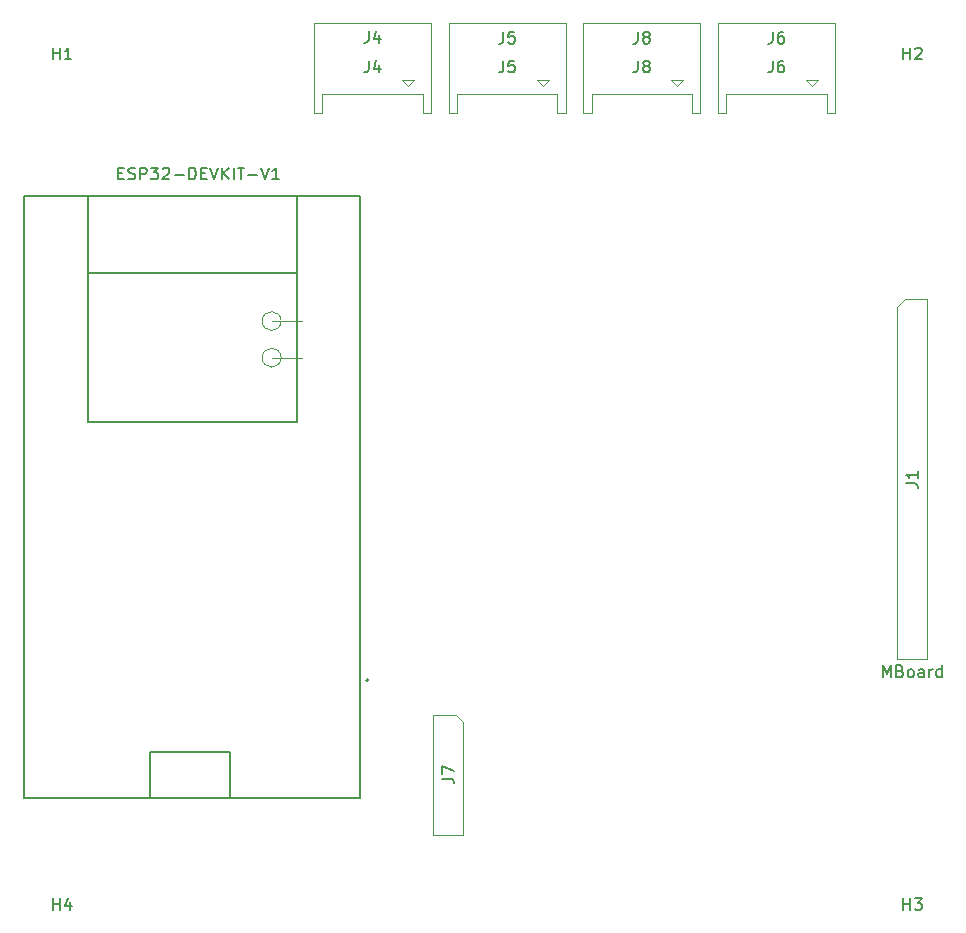
<source format=gbr>
G04 #@! TF.GenerationSoftware,KiCad,Pcbnew,8.0.4*
G04 #@! TF.CreationDate,2025-01-30T11:26:39-05:00*
G04 #@! TF.ProjectId,Cubesat_pcb,43756265-7361-4745-9f70-63622e6b6963,rev?*
G04 #@! TF.SameCoordinates,Original*
G04 #@! TF.FileFunction,AssemblyDrawing,Top*
%FSLAX46Y46*%
G04 Gerber Fmt 4.6, Leading zero omitted, Abs format (unit mm)*
G04 Created by KiCad (PCBNEW 8.0.4) date 2025-01-30 11:26:39*
%MOMM*%
%LPD*%
G01*
G04 APERTURE LIST*
%ADD10C,0.150000*%
%ADD11C,0.100000*%
%ADD12C,0.127000*%
%ADD13C,0.200000*%
G04 APERTURE END LIST*
D10*
X36678951Y15168320D02*
X37393236Y15168320D01*
X37393236Y15168320D02*
X37536093Y15120701D01*
X37536093Y15120701D02*
X37631332Y15025463D01*
X37631332Y15025463D02*
X37678951Y14882606D01*
X37678951Y14882606D02*
X37678951Y14787368D01*
X36678951Y15549273D02*
X36678951Y16215939D01*
X36678951Y16215939D02*
X37678951Y15787368D01*
X75737227Y4056834D02*
X75737227Y5056834D01*
X75737227Y4580644D02*
X76308655Y4580644D01*
X76308655Y4056834D02*
X76308655Y5056834D01*
X76689608Y5056834D02*
X77308655Y5056834D01*
X77308655Y5056834D02*
X76975322Y4675882D01*
X76975322Y4675882D02*
X77118179Y4675882D01*
X77118179Y4675882D02*
X77213417Y4628263D01*
X77213417Y4628263D02*
X77261036Y4580644D01*
X77261036Y4580644D02*
X77308655Y4485406D01*
X77308655Y4485406D02*
X77308655Y4247311D01*
X77308655Y4247311D02*
X77261036Y4152073D01*
X77261036Y4152073D02*
X77213417Y4104454D01*
X77213417Y4104454D02*
X77118179Y4056834D01*
X77118179Y4056834D02*
X76832465Y4056834D01*
X76832465Y4056834D02*
X76737227Y4104454D01*
X76737227Y4104454D02*
X76689608Y4152073D01*
X3737227Y76056834D02*
X3737227Y77056834D01*
X3737227Y76580644D02*
X4308655Y76580644D01*
X4308655Y76056834D02*
X4308655Y77056834D01*
X5308655Y76056834D02*
X4737227Y76056834D01*
X5022941Y76056834D02*
X5022941Y77056834D01*
X5022941Y77056834D02*
X4927703Y76913977D01*
X4927703Y76913977D02*
X4832465Y76818739D01*
X4832465Y76818739D02*
X4737227Y76771120D01*
X53265798Y78406834D02*
X53265798Y77692549D01*
X53265798Y77692549D02*
X53218179Y77549692D01*
X53218179Y77549692D02*
X53122941Y77454454D01*
X53122941Y77454454D02*
X52980084Y77406834D01*
X52980084Y77406834D02*
X52884846Y77406834D01*
X53884846Y77978263D02*
X53789608Y78025882D01*
X53789608Y78025882D02*
X53741989Y78073501D01*
X53741989Y78073501D02*
X53694370Y78168739D01*
X53694370Y78168739D02*
X53694370Y78216358D01*
X53694370Y78216358D02*
X53741989Y78311596D01*
X53741989Y78311596D02*
X53789608Y78359215D01*
X53789608Y78359215D02*
X53884846Y78406834D01*
X53884846Y78406834D02*
X54075322Y78406834D01*
X54075322Y78406834D02*
X54170560Y78359215D01*
X54170560Y78359215D02*
X54218179Y78311596D01*
X54218179Y78311596D02*
X54265798Y78216358D01*
X54265798Y78216358D02*
X54265798Y78168739D01*
X54265798Y78168739D02*
X54218179Y78073501D01*
X54218179Y78073501D02*
X54170560Y78025882D01*
X54170560Y78025882D02*
X54075322Y77978263D01*
X54075322Y77978263D02*
X53884846Y77978263D01*
X53884846Y77978263D02*
X53789608Y77930644D01*
X53789608Y77930644D02*
X53741989Y77883025D01*
X53741989Y77883025D02*
X53694370Y77787787D01*
X53694370Y77787787D02*
X53694370Y77597311D01*
X53694370Y77597311D02*
X53741989Y77502073D01*
X53741989Y77502073D02*
X53789608Y77454454D01*
X53789608Y77454454D02*
X53884846Y77406834D01*
X53884846Y77406834D02*
X54075322Y77406834D01*
X54075322Y77406834D02*
X54170560Y77454454D01*
X54170560Y77454454D02*
X54218179Y77502073D01*
X54218179Y77502073D02*
X54265798Y77597311D01*
X54265798Y77597311D02*
X54265798Y77787787D01*
X54265798Y77787787D02*
X54218179Y77883025D01*
X54218179Y77883025D02*
X54170560Y77930644D01*
X54170560Y77930644D02*
X54075322Y77978263D01*
X53265798Y75956834D02*
X53265798Y75242549D01*
X53265798Y75242549D02*
X53218179Y75099692D01*
X53218179Y75099692D02*
X53122941Y75004454D01*
X53122941Y75004454D02*
X52980084Y74956834D01*
X52980084Y74956834D02*
X52884846Y74956834D01*
X53884846Y75528263D02*
X53789608Y75575882D01*
X53789608Y75575882D02*
X53741989Y75623501D01*
X53741989Y75623501D02*
X53694370Y75718739D01*
X53694370Y75718739D02*
X53694370Y75766358D01*
X53694370Y75766358D02*
X53741989Y75861596D01*
X53741989Y75861596D02*
X53789608Y75909215D01*
X53789608Y75909215D02*
X53884846Y75956834D01*
X53884846Y75956834D02*
X54075322Y75956834D01*
X54075322Y75956834D02*
X54170560Y75909215D01*
X54170560Y75909215D02*
X54218179Y75861596D01*
X54218179Y75861596D02*
X54265798Y75766358D01*
X54265798Y75766358D02*
X54265798Y75718739D01*
X54265798Y75718739D02*
X54218179Y75623501D01*
X54218179Y75623501D02*
X54170560Y75575882D01*
X54170560Y75575882D02*
X54075322Y75528263D01*
X54075322Y75528263D02*
X53884846Y75528263D01*
X53884846Y75528263D02*
X53789608Y75480644D01*
X53789608Y75480644D02*
X53741989Y75433025D01*
X53741989Y75433025D02*
X53694370Y75337787D01*
X53694370Y75337787D02*
X53694370Y75147311D01*
X53694370Y75147311D02*
X53741989Y75052073D01*
X53741989Y75052073D02*
X53789608Y75004454D01*
X53789608Y75004454D02*
X53884846Y74956834D01*
X53884846Y74956834D02*
X54075322Y74956834D01*
X54075322Y74956834D02*
X54170560Y75004454D01*
X54170560Y75004454D02*
X54218179Y75052073D01*
X54218179Y75052073D02*
X54265798Y75147311D01*
X54265798Y75147311D02*
X54265798Y75337787D01*
X54265798Y75337787D02*
X54218179Y75433025D01*
X54218179Y75433025D02*
X54170560Y75480644D01*
X54170560Y75480644D02*
X54075322Y75528263D01*
X73999132Y23761834D02*
X73999132Y24761834D01*
X73999132Y24761834D02*
X74332465Y24047549D01*
X74332465Y24047549D02*
X74665798Y24761834D01*
X74665798Y24761834D02*
X74665798Y23761834D01*
X75475322Y24285644D02*
X75618179Y24238025D01*
X75618179Y24238025D02*
X75665798Y24190406D01*
X75665798Y24190406D02*
X75713417Y24095168D01*
X75713417Y24095168D02*
X75713417Y23952311D01*
X75713417Y23952311D02*
X75665798Y23857073D01*
X75665798Y23857073D02*
X75618179Y23809454D01*
X75618179Y23809454D02*
X75522941Y23761834D01*
X75522941Y23761834D02*
X75141989Y23761834D01*
X75141989Y23761834D02*
X75141989Y24761834D01*
X75141989Y24761834D02*
X75475322Y24761834D01*
X75475322Y24761834D02*
X75570560Y24714215D01*
X75570560Y24714215D02*
X75618179Y24666596D01*
X75618179Y24666596D02*
X75665798Y24571358D01*
X75665798Y24571358D02*
X75665798Y24476120D01*
X75665798Y24476120D02*
X75618179Y24380882D01*
X75618179Y24380882D02*
X75570560Y24333263D01*
X75570560Y24333263D02*
X75475322Y24285644D01*
X75475322Y24285644D02*
X75141989Y24285644D01*
X76284846Y23761834D02*
X76189608Y23809454D01*
X76189608Y23809454D02*
X76141989Y23857073D01*
X76141989Y23857073D02*
X76094370Y23952311D01*
X76094370Y23952311D02*
X76094370Y24238025D01*
X76094370Y24238025D02*
X76141989Y24333263D01*
X76141989Y24333263D02*
X76189608Y24380882D01*
X76189608Y24380882D02*
X76284846Y24428501D01*
X76284846Y24428501D02*
X76427703Y24428501D01*
X76427703Y24428501D02*
X76522941Y24380882D01*
X76522941Y24380882D02*
X76570560Y24333263D01*
X76570560Y24333263D02*
X76618179Y24238025D01*
X76618179Y24238025D02*
X76618179Y23952311D01*
X76618179Y23952311D02*
X76570560Y23857073D01*
X76570560Y23857073D02*
X76522941Y23809454D01*
X76522941Y23809454D02*
X76427703Y23761834D01*
X76427703Y23761834D02*
X76284846Y23761834D01*
X77475322Y23761834D02*
X77475322Y24285644D01*
X77475322Y24285644D02*
X77427703Y24380882D01*
X77427703Y24380882D02*
X77332465Y24428501D01*
X77332465Y24428501D02*
X77141989Y24428501D01*
X77141989Y24428501D02*
X77046751Y24380882D01*
X77475322Y23809454D02*
X77380084Y23761834D01*
X77380084Y23761834D02*
X77141989Y23761834D01*
X77141989Y23761834D02*
X77046751Y23809454D01*
X77046751Y23809454D02*
X76999132Y23904692D01*
X76999132Y23904692D02*
X76999132Y23999930D01*
X76999132Y23999930D02*
X77046751Y24095168D01*
X77046751Y24095168D02*
X77141989Y24142787D01*
X77141989Y24142787D02*
X77380084Y24142787D01*
X77380084Y24142787D02*
X77475322Y24190406D01*
X77951513Y23761834D02*
X77951513Y24428501D01*
X77951513Y24238025D02*
X77999132Y24333263D01*
X77999132Y24333263D02*
X78046751Y24380882D01*
X78046751Y24380882D02*
X78141989Y24428501D01*
X78141989Y24428501D02*
X78237227Y24428501D01*
X78999132Y23761834D02*
X78999132Y24761834D01*
X78999132Y23809454D02*
X78903894Y23761834D01*
X78903894Y23761834D02*
X78713418Y23761834D01*
X78713418Y23761834D02*
X78618180Y23809454D01*
X78618180Y23809454D02*
X78570561Y23857073D01*
X78570561Y23857073D02*
X78522942Y23952311D01*
X78522942Y23952311D02*
X78522942Y24238025D01*
X78522942Y24238025D02*
X78570561Y24333263D01*
X78570561Y24333263D02*
X78618180Y24380882D01*
X78618180Y24380882D02*
X78713418Y24428501D01*
X78713418Y24428501D02*
X78903894Y24428501D01*
X78903894Y24428501D02*
X78999132Y24380882D01*
X75953951Y40183320D02*
X76668236Y40183320D01*
X76668236Y40183320D02*
X76811093Y40135701D01*
X76811093Y40135701D02*
X76906332Y40040463D01*
X76906332Y40040463D02*
X76953951Y39897606D01*
X76953951Y39897606D02*
X76953951Y39802368D01*
X76953951Y41183320D02*
X76953951Y40611892D01*
X76953951Y40897606D02*
X75953951Y40897606D01*
X75953951Y40897606D02*
X76096808Y40802368D01*
X76096808Y40802368D02*
X76192046Y40707130D01*
X76192046Y40707130D02*
X76239665Y40611892D01*
X64665798Y78406834D02*
X64665798Y77692549D01*
X64665798Y77692549D02*
X64618179Y77549692D01*
X64618179Y77549692D02*
X64522941Y77454454D01*
X64522941Y77454454D02*
X64380084Y77406834D01*
X64380084Y77406834D02*
X64284846Y77406834D01*
X65570560Y78406834D02*
X65380084Y78406834D01*
X65380084Y78406834D02*
X65284846Y78359215D01*
X65284846Y78359215D02*
X65237227Y78311596D01*
X65237227Y78311596D02*
X65141989Y78168739D01*
X65141989Y78168739D02*
X65094370Y77978263D01*
X65094370Y77978263D02*
X65094370Y77597311D01*
X65094370Y77597311D02*
X65141989Y77502073D01*
X65141989Y77502073D02*
X65189608Y77454454D01*
X65189608Y77454454D02*
X65284846Y77406834D01*
X65284846Y77406834D02*
X65475322Y77406834D01*
X65475322Y77406834D02*
X65570560Y77454454D01*
X65570560Y77454454D02*
X65618179Y77502073D01*
X65618179Y77502073D02*
X65665798Y77597311D01*
X65665798Y77597311D02*
X65665798Y77835406D01*
X65665798Y77835406D02*
X65618179Y77930644D01*
X65618179Y77930644D02*
X65570560Y77978263D01*
X65570560Y77978263D02*
X65475322Y78025882D01*
X65475322Y78025882D02*
X65284846Y78025882D01*
X65284846Y78025882D02*
X65189608Y77978263D01*
X65189608Y77978263D02*
X65141989Y77930644D01*
X65141989Y77930644D02*
X65094370Y77835406D01*
X64665798Y75956834D02*
X64665798Y75242549D01*
X64665798Y75242549D02*
X64618179Y75099692D01*
X64618179Y75099692D02*
X64522941Y75004454D01*
X64522941Y75004454D02*
X64380084Y74956834D01*
X64380084Y74956834D02*
X64284846Y74956834D01*
X65570560Y75956834D02*
X65380084Y75956834D01*
X65380084Y75956834D02*
X65284846Y75909215D01*
X65284846Y75909215D02*
X65237227Y75861596D01*
X65237227Y75861596D02*
X65141989Y75718739D01*
X65141989Y75718739D02*
X65094370Y75528263D01*
X65094370Y75528263D02*
X65094370Y75147311D01*
X65094370Y75147311D02*
X65141989Y75052073D01*
X65141989Y75052073D02*
X65189608Y75004454D01*
X65189608Y75004454D02*
X65284846Y74956834D01*
X65284846Y74956834D02*
X65475322Y74956834D01*
X65475322Y74956834D02*
X65570560Y75004454D01*
X65570560Y75004454D02*
X65618179Y75052073D01*
X65618179Y75052073D02*
X65665798Y75147311D01*
X65665798Y75147311D02*
X65665798Y75385406D01*
X65665798Y75385406D02*
X65618179Y75480644D01*
X65618179Y75480644D02*
X65570560Y75528263D01*
X65570560Y75528263D02*
X65475322Y75575882D01*
X65475322Y75575882D02*
X65284846Y75575882D01*
X65284846Y75575882D02*
X65189608Y75528263D01*
X65189608Y75528263D02*
X65141989Y75480644D01*
X65141989Y75480644D02*
X65094370Y75385406D01*
X30465798Y78456834D02*
X30465798Y77742549D01*
X30465798Y77742549D02*
X30418179Y77599692D01*
X30418179Y77599692D02*
X30322941Y77504454D01*
X30322941Y77504454D02*
X30180084Y77456834D01*
X30180084Y77456834D02*
X30084846Y77456834D01*
X31370560Y78123501D02*
X31370560Y77456834D01*
X31132465Y78504454D02*
X30894370Y77790168D01*
X30894370Y77790168D02*
X31513417Y77790168D01*
X30465798Y75956834D02*
X30465798Y75242549D01*
X30465798Y75242549D02*
X30418179Y75099692D01*
X30418179Y75099692D02*
X30322941Y75004454D01*
X30322941Y75004454D02*
X30180084Y74956834D01*
X30180084Y74956834D02*
X30084846Y74956834D01*
X31370560Y75623501D02*
X31370560Y74956834D01*
X31132465Y76004454D02*
X30894370Y75290168D01*
X30894370Y75290168D02*
X31513417Y75290168D01*
X3737227Y4056834D02*
X3737227Y5056834D01*
X3737227Y4580644D02*
X4308655Y4580644D01*
X4308655Y4056834D02*
X4308655Y5056834D01*
X5213417Y4723501D02*
X5213417Y4056834D01*
X4975322Y5104454D02*
X4737227Y4390168D01*
X4737227Y4390168D02*
X5356274Y4390168D01*
X75737227Y76056834D02*
X75737227Y77056834D01*
X75737227Y76580644D02*
X76308655Y76580644D01*
X76308655Y76056834D02*
X76308655Y77056834D01*
X76737227Y76961596D02*
X76784846Y77009215D01*
X76784846Y77009215D02*
X76880084Y77056834D01*
X76880084Y77056834D02*
X77118179Y77056834D01*
X77118179Y77056834D02*
X77213417Y77009215D01*
X77213417Y77009215D02*
X77261036Y76961596D01*
X77261036Y76961596D02*
X77308655Y76866358D01*
X77308655Y76866358D02*
X77308655Y76771120D01*
X77308655Y76771120D02*
X77261036Y76628263D01*
X77261036Y76628263D02*
X76689608Y76056834D01*
X76689608Y76056834D02*
X77308655Y76056834D01*
X41865798Y78406834D02*
X41865798Y77692549D01*
X41865798Y77692549D02*
X41818179Y77549692D01*
X41818179Y77549692D02*
X41722941Y77454454D01*
X41722941Y77454454D02*
X41580084Y77406834D01*
X41580084Y77406834D02*
X41484846Y77406834D01*
X42818179Y78406834D02*
X42341989Y78406834D01*
X42341989Y78406834D02*
X42294370Y77930644D01*
X42294370Y77930644D02*
X42341989Y77978263D01*
X42341989Y77978263D02*
X42437227Y78025882D01*
X42437227Y78025882D02*
X42675322Y78025882D01*
X42675322Y78025882D02*
X42770560Y77978263D01*
X42770560Y77978263D02*
X42818179Y77930644D01*
X42818179Y77930644D02*
X42865798Y77835406D01*
X42865798Y77835406D02*
X42865798Y77597311D01*
X42865798Y77597311D02*
X42818179Y77502073D01*
X42818179Y77502073D02*
X42770560Y77454454D01*
X42770560Y77454454D02*
X42675322Y77406834D01*
X42675322Y77406834D02*
X42437227Y77406834D01*
X42437227Y77406834D02*
X42341989Y77454454D01*
X42341989Y77454454D02*
X42294370Y77502073D01*
X41865798Y75956834D02*
X41865798Y75242549D01*
X41865798Y75242549D02*
X41818179Y75099692D01*
X41818179Y75099692D02*
X41722941Y75004454D01*
X41722941Y75004454D02*
X41580084Y74956834D01*
X41580084Y74956834D02*
X41484846Y74956834D01*
X42818179Y75956834D02*
X42341989Y75956834D01*
X42341989Y75956834D02*
X42294370Y75480644D01*
X42294370Y75480644D02*
X42341989Y75528263D01*
X42341989Y75528263D02*
X42437227Y75575882D01*
X42437227Y75575882D02*
X42675322Y75575882D01*
X42675322Y75575882D02*
X42770560Y75528263D01*
X42770560Y75528263D02*
X42818179Y75480644D01*
X42818179Y75480644D02*
X42865798Y75385406D01*
X42865798Y75385406D02*
X42865798Y75147311D01*
X42865798Y75147311D02*
X42818179Y75052073D01*
X42818179Y75052073D02*
X42770560Y75004454D01*
X42770560Y75004454D02*
X42675322Y74956834D01*
X42675322Y74956834D02*
X42437227Y74956834D01*
X42437227Y74956834D02*
X42341989Y75004454D01*
X42341989Y75004454D02*
X42294370Y75052073D01*
X9273418Y66435644D02*
X9606751Y66435644D01*
X9749608Y65911834D02*
X9273418Y65911834D01*
X9273418Y65911834D02*
X9273418Y66911834D01*
X9273418Y66911834D02*
X9749608Y66911834D01*
X10130561Y65959454D02*
X10273418Y65911834D01*
X10273418Y65911834D02*
X10511513Y65911834D01*
X10511513Y65911834D02*
X10606751Y65959454D01*
X10606751Y65959454D02*
X10654370Y66007073D01*
X10654370Y66007073D02*
X10701989Y66102311D01*
X10701989Y66102311D02*
X10701989Y66197549D01*
X10701989Y66197549D02*
X10654370Y66292787D01*
X10654370Y66292787D02*
X10606751Y66340406D01*
X10606751Y66340406D02*
X10511513Y66388025D01*
X10511513Y66388025D02*
X10321037Y66435644D01*
X10321037Y66435644D02*
X10225799Y66483263D01*
X10225799Y66483263D02*
X10178180Y66530882D01*
X10178180Y66530882D02*
X10130561Y66626120D01*
X10130561Y66626120D02*
X10130561Y66721358D01*
X10130561Y66721358D02*
X10178180Y66816596D01*
X10178180Y66816596D02*
X10225799Y66864215D01*
X10225799Y66864215D02*
X10321037Y66911834D01*
X10321037Y66911834D02*
X10559132Y66911834D01*
X10559132Y66911834D02*
X10701989Y66864215D01*
X11130561Y65911834D02*
X11130561Y66911834D01*
X11130561Y66911834D02*
X11511513Y66911834D01*
X11511513Y66911834D02*
X11606751Y66864215D01*
X11606751Y66864215D02*
X11654370Y66816596D01*
X11654370Y66816596D02*
X11701989Y66721358D01*
X11701989Y66721358D02*
X11701989Y66578501D01*
X11701989Y66578501D02*
X11654370Y66483263D01*
X11654370Y66483263D02*
X11606751Y66435644D01*
X11606751Y66435644D02*
X11511513Y66388025D01*
X11511513Y66388025D02*
X11130561Y66388025D01*
X12035323Y66911834D02*
X12654370Y66911834D01*
X12654370Y66911834D02*
X12321037Y66530882D01*
X12321037Y66530882D02*
X12463894Y66530882D01*
X12463894Y66530882D02*
X12559132Y66483263D01*
X12559132Y66483263D02*
X12606751Y66435644D01*
X12606751Y66435644D02*
X12654370Y66340406D01*
X12654370Y66340406D02*
X12654370Y66102311D01*
X12654370Y66102311D02*
X12606751Y66007073D01*
X12606751Y66007073D02*
X12559132Y65959454D01*
X12559132Y65959454D02*
X12463894Y65911834D01*
X12463894Y65911834D02*
X12178180Y65911834D01*
X12178180Y65911834D02*
X12082942Y65959454D01*
X12082942Y65959454D02*
X12035323Y66007073D01*
X13035323Y66816596D02*
X13082942Y66864215D01*
X13082942Y66864215D02*
X13178180Y66911834D01*
X13178180Y66911834D02*
X13416275Y66911834D01*
X13416275Y66911834D02*
X13511513Y66864215D01*
X13511513Y66864215D02*
X13559132Y66816596D01*
X13559132Y66816596D02*
X13606751Y66721358D01*
X13606751Y66721358D02*
X13606751Y66626120D01*
X13606751Y66626120D02*
X13559132Y66483263D01*
X13559132Y66483263D02*
X12987704Y65911834D01*
X12987704Y65911834D02*
X13606751Y65911834D01*
X14035323Y66292787D02*
X14797228Y66292787D01*
X15273418Y65911834D02*
X15273418Y66911834D01*
X15273418Y66911834D02*
X15511513Y66911834D01*
X15511513Y66911834D02*
X15654370Y66864215D01*
X15654370Y66864215D02*
X15749608Y66768977D01*
X15749608Y66768977D02*
X15797227Y66673739D01*
X15797227Y66673739D02*
X15844846Y66483263D01*
X15844846Y66483263D02*
X15844846Y66340406D01*
X15844846Y66340406D02*
X15797227Y66149930D01*
X15797227Y66149930D02*
X15749608Y66054692D01*
X15749608Y66054692D02*
X15654370Y65959454D01*
X15654370Y65959454D02*
X15511513Y65911834D01*
X15511513Y65911834D02*
X15273418Y65911834D01*
X16273418Y66435644D02*
X16606751Y66435644D01*
X16749608Y65911834D02*
X16273418Y65911834D01*
X16273418Y65911834D02*
X16273418Y66911834D01*
X16273418Y66911834D02*
X16749608Y66911834D01*
X17035323Y66911834D02*
X17368656Y65911834D01*
X17368656Y65911834D02*
X17701989Y66911834D01*
X18035323Y65911834D02*
X18035323Y66911834D01*
X18606751Y65911834D02*
X18178180Y66483263D01*
X18606751Y66911834D02*
X18035323Y66340406D01*
X19035323Y65911834D02*
X19035323Y66911834D01*
X19368656Y66911834D02*
X19940084Y66911834D01*
X19654370Y65911834D02*
X19654370Y66911834D01*
X20273418Y66292787D02*
X21035323Y66292787D01*
X21368656Y66911834D02*
X21701989Y65911834D01*
X21701989Y65911834D02*
X22035322Y66911834D01*
X22892465Y65911834D02*
X22321037Y65911834D01*
X22606751Y65911834D02*
X22606751Y66911834D01*
X22606751Y66911834D02*
X22511513Y66768977D01*
X22511513Y66768977D02*
X22416275Y66673739D01*
X22416275Y66673739D02*
X22321037Y66626120D01*
D11*
G04 #@! TO.C,J7*
X35954132Y20581654D02*
X37859132Y20581654D01*
X35954132Y10421654D02*
X35954132Y20581654D01*
X37859132Y20581654D02*
X38494132Y19946654D01*
X38494132Y19946654D02*
X38494132Y10421654D01*
X38494132Y10421654D02*
X35954132Y10421654D01*
G04 #@! TO.C,R1*
X22259132Y53911654D02*
X24799132Y53911654D01*
X23059132Y53911654D02*
G75*
G02*
X21459132Y53911654I-800000J0D01*
G01*
X21459132Y53911654D02*
G75*
G02*
X23059132Y53911654I800000J0D01*
G01*
G04 #@! TO.C,J8*
X48649132Y79161654D02*
X48649132Y71561654D01*
X48649132Y71561654D02*
X49349132Y71561654D01*
X49349132Y73161654D02*
X57849132Y73161654D01*
X49349132Y71561654D02*
X49349132Y73161654D01*
X56099132Y74286654D02*
X56599132Y73786654D01*
X56599132Y73786654D02*
X57099132Y74286654D01*
X57099132Y74286654D02*
X56099132Y74286654D01*
X57849132Y73161654D02*
X57849132Y71561654D01*
X57849132Y71561654D02*
X58549132Y71561654D01*
X58549132Y79161654D02*
X48649132Y79161654D01*
X58549132Y71561654D02*
X58549132Y79161654D01*
G04 #@! TO.C,J1*
X75229132Y55121654D02*
X75864132Y55756654D01*
X75229132Y25276654D02*
X75229132Y55121654D01*
X75864132Y55756654D02*
X77769132Y55756654D01*
X77769132Y55756654D02*
X77769132Y25276654D01*
X77769132Y25276654D02*
X75229132Y25276654D01*
G04 #@! TO.C,J6*
X60049132Y79161654D02*
X60049132Y71561654D01*
X60049132Y71561654D02*
X60749132Y71561654D01*
X60749132Y73161654D02*
X69249132Y73161654D01*
X60749132Y71561654D02*
X60749132Y73161654D01*
X67499132Y74286654D02*
X67999132Y73786654D01*
X67999132Y73786654D02*
X68499132Y74286654D01*
X68499132Y74286654D02*
X67499132Y74286654D01*
X69249132Y73161654D02*
X69249132Y71561654D01*
X69249132Y71561654D02*
X69949132Y71561654D01*
X69949132Y79161654D02*
X60049132Y79161654D01*
X69949132Y71561654D02*
X69949132Y79161654D01*
G04 #@! TO.C,J4*
X25849132Y79161654D02*
X25849132Y71561654D01*
X25849132Y71561654D02*
X26549132Y71561654D01*
X26549132Y73161654D02*
X35049132Y73161654D01*
X26549132Y71561654D02*
X26549132Y73161654D01*
X33299132Y74286654D02*
X33799132Y73786654D01*
X33799132Y73786654D02*
X34299132Y74286654D01*
X34299132Y74286654D02*
X33299132Y74286654D01*
X35049132Y73161654D02*
X35049132Y71561654D01*
X35049132Y71561654D02*
X35749132Y71561654D01*
X35749132Y79161654D02*
X25849132Y79161654D01*
X35749132Y71561654D02*
X35749132Y79161654D01*
G04 #@! TO.C,R2*
X22259132Y50811654D02*
X24799132Y50811654D01*
X23059132Y50811654D02*
G75*
G02*
X21459132Y50811654I-800000J0D01*
G01*
X21459132Y50811654D02*
G75*
G02*
X23059132Y50811654I800000J0D01*
G01*
G04 #@! TO.C,J5*
X37249132Y79161654D02*
X37249132Y71561654D01*
X37249132Y71561654D02*
X37949132Y71561654D01*
X37949132Y73161654D02*
X46449132Y73161654D01*
X37949132Y71561654D02*
X37949132Y73161654D01*
X44699132Y74286654D02*
X45199132Y73786654D01*
X45199132Y73786654D02*
X45699132Y74286654D01*
X45699132Y74286654D02*
X44699132Y74286654D01*
X46449132Y73161654D02*
X46449132Y71561654D01*
X46449132Y71561654D02*
X47149132Y71561654D01*
X47149132Y79161654D02*
X37249132Y79161654D01*
X47149132Y71561654D02*
X47149132Y79161654D01*
D12*
G04 #@! TO.C,U2*
X1269132Y13531654D02*
X1269132Y64481654D01*
X6719132Y64481654D02*
X1269132Y64481654D01*
X6719132Y57991654D02*
X6719132Y64481654D01*
X6719132Y45361654D02*
X6719132Y57991654D01*
X11999132Y17421654D02*
X18710132Y17421654D01*
X11999132Y13531654D02*
X1269132Y13531654D01*
X11999132Y13531654D02*
X11999132Y17421654D01*
X18710132Y17421654D02*
X18710132Y13531654D01*
X18710132Y13531654D02*
X11999132Y13531654D01*
X24409132Y64481654D02*
X6719132Y64481654D01*
X24409132Y64481654D02*
X24409132Y57991654D01*
X24409132Y57991654D02*
X6719132Y57991654D01*
X24409132Y57991654D02*
X24409132Y45361654D01*
X24409132Y45361654D02*
X6719132Y45361654D01*
X29779132Y64481654D02*
X24409132Y64481654D01*
X29779132Y64481654D02*
X29779132Y13531654D01*
X29779132Y13531654D02*
X18710132Y13531654D01*
D13*
X30449132Y23491654D02*
G75*
G02*
X30249132Y23491654I-100000J0D01*
G01*
X30249132Y23491654D02*
G75*
G02*
X30449132Y23491654I100000J0D01*
G01*
G04 #@! TD*
M02*

</source>
